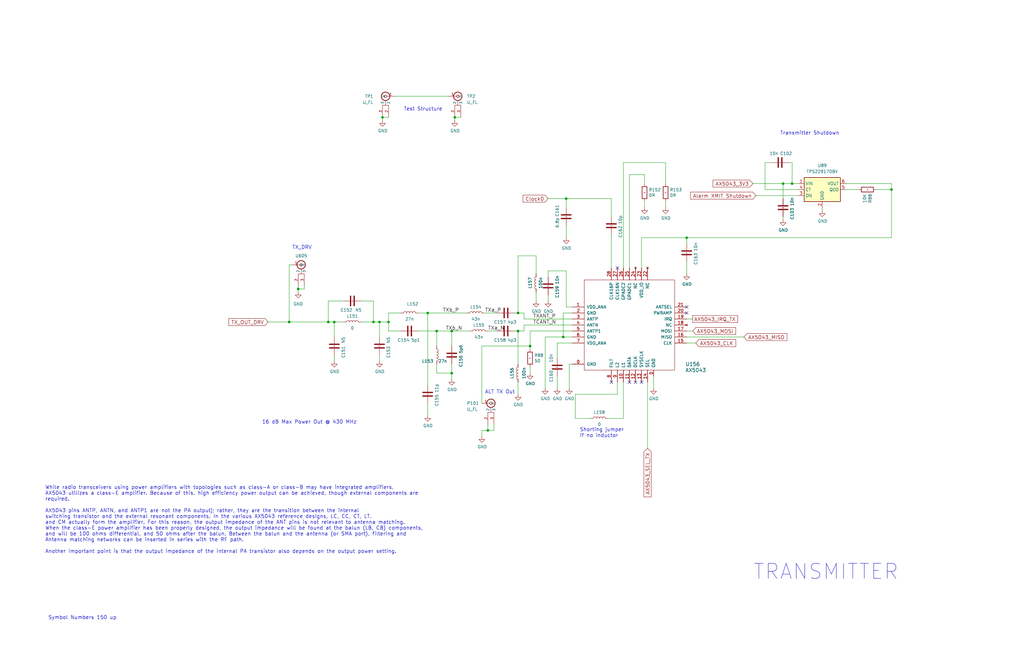
<source format=kicad_sch>
(kicad_sch (version 20230121) (generator eeschema)
  (paper "USLedger")
  (title_block (title "Radiation Tolerant PacSat Communication") (date "2023-06-17") (rev "A") (company "AMSAT-NA") (comment 1 "N5BRG"))
  (lib_symbols
    (symbol "Device:C" (pin_numbers hide) (pin_names (offset 0.254))
      (property "Reference" "C" (at 0.635 2.54 0))
      (property "Value" "C" (at 0.635 -2.54 0))
      (symbol "C_0_1"
        (polyline (pts (xy -2.032 -0.762) (xy 2.032 -0.762)) (stroke (width 0.508)))
        (polyline (pts (xy -2.032 0.762) (xy 2.032 0.762)) (stroke (width 0.508)))
      )
      (symbol "C_1_1"
        (pin passive line (at 0 3.81 270) (length 2.794) (name "~") (number "1"))
        (pin passive line (at 0 -3.81 90) (length 2.794) (name "~") (number "2"))
      )
    )
    (symbol "Device:L" (pin_numbers hide) (pin_names (offset 1.016) hide)
      (property "Reference" "L" (at -1.27 0 90))
      (property "Value" "L" (at 1.905 0 90))
      (symbol "L_0_1"
        (arc (start 0 -2.54) (mid 0.6323 -1.905) (end 0 -1.27))
        (arc (start 0 -1.27) (mid 0.6323 -0.635) (end 0 0))
        (arc (start 0 0) (mid 0.6323 0.635) (end 0 1.27))
        (arc (start 0 1.27) (mid 0.6323 1.905) (end 0 2.54))
      )
      (symbol "L_1_1"
        (pin passive line (at 0 3.81 270) (length 1.27) (name "1") (number "1"))
        (pin passive line (at 0 -3.81 90) (length 1.27) (name "2") (number "2"))
      )
    )
    (symbol "Device:R" (pin_numbers hide) (pin_names (offset 0))
      (property "Reference" "R" (at 2.032 0 90))
      (property "Value" "R" (at 0 0 90))
      (symbol "R_0_1"
        (rectangle (start -1.016 -2.54) (end 1.016 2.54) (stroke (width 0.254)))
      )
      (symbol "R_1_1"
        (pin passive line (at 0 3.81 270) (length 1.27) (name "~") (number "1"))
        (pin passive line (at 0 -3.81 90) (length 1.27) (name "~") (number "2"))
      )
    )
    (symbol "PACSAT_DEV_misc:AX5043" (pin_names (offset 1.016))
      (property "Reference" "U156" (at 16.51 -21.59 0))
      (property "Value" "AX5043" (at -5.08 0 0))
      (symbol "AX5043_0_1"
        (rectangle (start -19.05 19.05) (end 19.05 -19.05))
      )
      (symbol "AX5043_1_1"
        (pin passive line (at -24.13 -16.51 0) (length 5.08) (name "GND") (number "0"))
        (pin power_in line (at 10.16 -21.59 90) (length 2.54) (name "GND") (number "0"))
        (pin passive line (at -24.13 7.62 0) (length 5.08) (name "VDD_ANA") (number "1"))
        (pin passive line (at -2.54 -24.13 90) (length 5.08) (name "L1") (number "10"))
        (pin input line (at 0 -24.13 90) (length 5.08) (name "DATA") (number "11"))
        (pin input line (at 2.54 -24.13 90) (length 5.08) (name "DCLK") (number "12"))
        (pin output line (at 5.08 -24.13 90) (length 5.08) (name "SYSCLK") (number "13"))
        (pin input line (at 7.62 -24.13 90) (length 5.08) (name "SEL") (number "14"))
        (pin input line (at 24.13 -7.62 180) (length 5.08) (name "CLK") (number "15"))
        (pin tri_state line (at 24.13 -5.08 180) (length 5.08) (name "MISO") (number "16"))
        (pin input line (at 24.13 -2.54 180) (length 5.08) (name "MOSI") (number "17"))
        (pin no_connect line (at 24.13 0 180) (length 5.08) (name "NC") (number "18"))
        (pin output line (at 24.13 2.54 180) (length 5.08) (name "IRQ") (number "19"))
        (pin input line (at -24.13 5.08 0) (length 5.08) (name "GND") (number "2"))
        (pin output line (at 24.13 5.08 180) (length 5.08) (name "PWRAMP") (number "20"))
        (pin output line (at 24.13 7.62 180) (length 5.08) (name "ANTSEL") (number "21"))
        (pin no_connect line (at 7.62 24.13 270) (length 5.08) (name "NC") (number "22"))
        (pin passive line (at 5.08 24.13 270) (length 5.08) (name "VDD_IO") (number "23"))
        (pin no_connect line (at 2.54 24.13 270) (length 5.08) (name "NC") (number "24"))
        (pin input line (at 0 24.13 270) (length 5.08) (name "GPADC1") (number "25"))
        (pin input line (at -2.54 24.13 270) (length 5.08) (name "GPADC2") (number "26"))
        (pin passive line (at -5.08 24.13 270) (length 5.08) (name "CLK16N") (number "27"))
        (pin passive line (at -7.62 24.13 270) (length 5.08) (name "CLK16P") (number "28"))
        (pin bidirectional line (at -24.13 2.54 0) (length 5.08) (name "ANTP") (number "3"))
        (pin bidirectional line (at -24.13 0 0) (length 5.08) (name "ANTN") (number "4"))
        (pin output line (at -24.13 -2.54 0) (length 5.08) (name "ANTP1") (number "5"))
        (pin input line (at -24.13 -5.08 0) (length 5.08) (name "GND") (number "6"))
        (pin passive line (at -24.13 -7.62 0) (length 5.08) (name "VDD_ANA") (number "7"))
        (pin passive line (at -7.62 -24.13 90) (length 5.08) (name "FILT") (number "8"))
        (pin passive line (at -5.08 -24.13 90) (length 5.08) (name "L2") (number "9"))
      )
    )
    (symbol "PACSAT_DEV_misc:U_FL"
      (property "Reference" "U" (at -3.81 2.54 0))
      (symbol "U_FL_0_1"
        (polyline (pts (xy -1.27 -3.81) (xy 1.27 -3.81)))
        (polyline (pts (xy 0 -3.81) (xy 0 -1.778)))
        (circle (center 0 0) (radius 0.508) (stroke (width 0.2032)))
        (circle (center 0 0) (radius 1.778) (stroke (width 0.3048)))
      )
      (symbol "U_FL_1_1"
        (pin bidirectional line (at -3.81 0 0) (length 3.302) (name "In") (number "1"))
        (pin power_in line (at -1.27 -8.89 90) (length 5.08) (name "2") (number "2"))
        (pin power_in line (at 1.27 -8.89 90) (length 5.08) (name "3") (number "3"))
      )
    )
    (symbol "Power_Management:TPS22917DBV"
      (property "Reference" "U" (at -6.35 6.35 0))
      (property "Value" "TPS22917DBV" (at 2.54 6.35 0))
      (symbol "TPS22917DBV_0_1"
        (rectangle (start -7.62 5.08) (end 7.62 -5.08) (stroke (width 0.254)) (fill (type background)))
      )
      (symbol "TPS22917DBV_1_1"
        (pin power_in line (at -10.16 2.54 0) (length 2.54) (name "VIN") (number "1"))
        (pin power_in line (at 0 -7.62 90) (length 2.54) (name "GND") (number "2"))
        (pin input line (at -10.16 -2.54 0) (length 2.54) (name "ON") (number "3"))
        (pin output line (at -10.16 0 0) (length 2.54) (name "CT") (number "4"))
        (pin open_collector line (at 10.16 0 180) (length 2.54) (name "QOD") (number "5"))
        (pin power_out line (at 10.16 2.54 180) (length 2.54) (name "VOUT") (number "6"))
      )
    )
    (symbol "power:GND" (power) (pin_names (offset 0))
      (property "Value" "GND" (at 0 -3.81 0))
      (symbol "GND_0_1"
        (polyline (pts (xy 0 0) (xy 0 -1.27) (xy 1.27 -1.27) (xy 0 -2.54) (xy -1.27 -1.27) (xy 0 -1.27)))
      )
      (symbol "GND_1_1"
        (pin power_in line (at 0 0 270) (length 0) hide (name "GND") (number "1"))
      )
    )
  )
  (junction (at 184.15 139.7))
  (junction (at 180.34 132.08))
  (junction (at 125.73 121.92))
  (junction (at 138.43 135.89))
  (junction (at 190.5 139.7))
  (junction (at 191.77 49.53))
  (junction (at 237.49 142.24))
  (junction (at 157.48 135.89))
  (junction (at 121.92 135.89))
  (junction (at 205.74 181.61))
  (junction (at 375.92 80.01))
  (junction (at 140.97 135.89))
  (junction (at 218.44 139.7))
  (junction (at 160.02 135.89))
  (junction (at 223.52 146.05))
  (junction (at 161.29 49.53))
  (junction (at 190.5 157.48))
  (junction (at 218.44 132.08))
  (junction (at 289.56 100.33))
  (junction (at 163.83 135.89))
  (junction (at 334.01 77.47))
  (junction (at 238.76 83.82))
  (junction (at 330.2 77.47))
  (no_connect (at 260.35 113.03))
  (no_connect (at 267.97 161.29))
  (no_connect (at 257.81 161.29))
  (no_connect (at 289.56 129.54))
  (no_connect (at 270.51 161.29))
  (no_connect (at 265.43 161.29))
  (no_connect (at 289.56 132.08))
  (wire (pts (xy 180.34 132.08) (xy 196.85 132.08)))
  (wire (pts (xy 265.43 73.66) (xy 271.78 73.66)))
  (wire (pts (xy 238.76 114.3) (xy 231.14 114.3)))
  (wire (pts (xy 163.83 132.08) (xy 168.91 132.08)))
  (wire (pts (xy 237.49 142.24) (xy 241.3 142.24)))
  (wire (pts (xy 121.92 111.76) (xy 121.92 135.89)))
  (wire (pts (xy 191.77 49.53) (xy 191.77 50.8)))
  (wire (pts (xy 289.56 100.33) (xy 375.92 100.33)))
  (wire (pts (xy 223.52 139.7) (xy 241.3 139.7)))
  (wire (pts (xy 334.01 77.47) (xy 336.55 77.47)))
  (wire (pts (xy 184.15 139.7) (xy 190.5 139.7)))
  (wire (pts (xy 322.58 68.58) (xy 322.58 80.01)))
  (wire (pts (xy 280.67 68.58) (xy 280.67 77.47)))
  (wire (pts (xy 161.29 49.53) (xy 163.83 49.53)))
  (wire (pts (xy 160.02 149.86) (xy 160.02 152.4)))
  (wire (pts (xy 256.54 176.53) (xy 262.89 176.53)))
  (wire (pts (xy 205.74 181.61) (xy 208.28 181.61)))
  (wire (pts (xy 180.34 132.08) (xy 180.34 162.56)))
  (wire (pts (xy 238.76 129.54) (xy 238.76 114.3)))
  (wire (pts (xy 138.43 135.89) (xy 140.97 135.89)))
  (wire (pts (xy 161.29 49.53) (xy 161.29 50.8)))
  (wire (pts (xy 163.83 139.7) (xy 168.91 139.7)))
  (wire (pts (xy 325.12 68.58) (xy 322.58 68.58)))
  (wire (pts (xy 257.81 99.06) (xy 257.81 113.03)))
  (wire (pts (xy 144.78 127) (xy 138.43 127)))
  (wire (pts (xy 208.28 179.07) (xy 208.28 181.61)))
  (wire (pts (xy 260.35 166.37) (xy 242.57 166.37)))
  (wire (pts (xy 204.47 132.08) (xy 209.55 132.08)))
  (wire (pts (xy 231.14 114.3) (xy 231.14 116.84)))
  (wire (pts (xy 346.71 87.63) (xy 346.71 88.9)))
  (wire (pts (xy 289.56 102.87) (xy 289.56 100.33)))
  (wire (pts (xy 203.2 181.61) (xy 205.74 181.61)))
  (wire (pts (xy 231.14 124.46) (xy 231.14 127)))
  (wire (pts (xy 223.52 146.05) (xy 203.2 146.05)))
  (wire (pts (xy 218.44 107.95) (xy 218.44 132.08)))
  (wire (pts (xy 125.73 121.92) (xy 128.27 121.92)))
  (wire (pts (xy 220.98 139.7) (xy 220.98 137.16)))
  (wire (pts (xy 160.02 142.24) (xy 160.02 135.89)))
  (wire (pts (xy 176.53 132.08) (xy 180.34 132.08)))
  (wire (pts (xy 375.92 80.01) (xy 375.92 100.33)))
  (wire (pts (xy 190.5 157.48) (xy 190.5 160.02)))
  (wire (pts (xy 191.77 49.53) (xy 194.31 49.53)))
  (wire (pts (xy 265.43 73.66) (xy 265.43 113.03)))
  (wire (pts (xy 140.97 149.86) (xy 140.97 152.4)))
  (wire (pts (xy 180.34 170.18) (xy 180.34 175.26)))
  (wire (pts (xy 184.15 153.67) (xy 184.15 157.48)))
  (wire (pts (xy 203.2 146.05) (xy 203.2 170.18)))
  (wire (pts (xy 190.5 139.7) (xy 198.12 139.7)))
  (wire (pts (xy 229.87 142.24) (xy 237.49 142.24)))
  (wire (pts (xy 262.89 161.29) (xy 262.89 176.53)))
  (wire (pts (xy 190.5 153.67) (xy 190.5 157.48)))
  (wire (pts (xy 257.81 83.82) (xy 238.76 83.82)))
  (wire (pts (xy 152.4 127) (xy 157.48 127)))
  (wire (pts (xy 226.06 107.95) (xy 226.06 115.57)))
  (wire (pts (xy 184.15 157.48) (xy 190.5 157.48)))
  (wire (pts (xy 226.06 107.95) (xy 218.44 107.95)))
  (wire (pts (xy 317.5 77.47) (xy 330.2 77.47)))
  (wire (pts (xy 176.53 139.7) (xy 184.15 139.7)))
  (wire (pts (xy 223.52 139.7) (xy 223.52 146.05)))
  (wire (pts (xy 240.03 153.67) (xy 240.03 163.83)))
  (wire (pts (xy 242.57 166.37) (xy 242.57 176.53)))
  (wire (pts (xy 241.3 132.08) (xy 237.49 132.08)))
  (wire (pts (xy 270.51 100.33) (xy 289.56 100.33)))
  (wire (pts (xy 157.48 127) (xy 157.48 135.89)))
  (wire (pts (xy 217.17 132.08) (xy 218.44 132.08)))
  (wire (pts (xy 280.67 85.09) (xy 280.67 87.63)))
  (wire (pts (xy 289.56 134.62) (xy 292.1 134.62)))
  (wire (pts (xy 217.17 139.7) (xy 218.44 139.7)))
  (wire (pts (xy 123.19 111.76) (xy 121.92 111.76)))
  (wire (pts (xy 140.97 135.89) (xy 144.78 135.89)))
  (wire (pts (xy 289.56 139.7) (xy 292.1 139.7)))
  (wire (pts (xy 273.05 161.29) (xy 273.05 189.23)))
  (wire (pts (xy 271.78 85.09) (xy 271.78 87.63)))
  (wire (pts (xy 356.87 80.01) (xy 361.95 80.01)))
  (wire (pts (xy 223.52 154.94) (xy 223.52 157.48)))
  (wire (pts (xy 220.98 134.62) (xy 241.3 134.62)))
  (wire (pts (xy 140.97 142.24) (xy 140.97 135.89)))
  (wire (pts (xy 330.2 91.44) (xy 330.2 92.71)))
  (wire (pts (xy 203.2 181.61) (xy 203.2 184.15)))
  (wire (pts (xy 205.74 179.07) (xy 205.74 181.61)))
  (wire (pts (xy 289.56 110.49) (xy 289.56 115.57)))
  (wire (pts (xy 190.5 139.7) (xy 190.5 146.05)))
  (wire (pts (xy 184.15 139.7) (xy 184.15 146.05)))
  (wire (pts (xy 234.95 144.78) (xy 234.95 151.13)))
  (wire (pts (xy 205.74 139.7) (xy 209.55 139.7)))
  (wire (pts (xy 125.73 120.65) (xy 125.73 121.92)))
  (wire (pts (xy 241.3 153.67) (xy 240.03 153.67)))
  (wire (pts (xy 218.44 161.29) (xy 218.44 166.37)))
  (wire (pts (xy 262.89 68.58) (xy 280.67 68.58)))
  (wire (pts (xy 238.76 83.82) (xy 238.76 87.63)))
  (wire (pts (xy 334.01 68.58) (xy 332.74 68.58)))
  (wire (pts (xy 270.51 113.03) (xy 270.51 100.33)))
  (wire (pts (xy 113.03 135.89) (xy 121.92 135.89)))
  (wire (pts (xy 241.3 129.54) (xy 238.76 129.54)))
  (wire (pts (xy 218.44 139.7) (xy 220.98 139.7)))
  (wire (pts (xy 218.44 132.08) (xy 220.98 132.08)))
  (wire (pts (xy 229.87 163.83) (xy 229.87 142.24)))
  (wire (pts (xy 334.01 68.58) (xy 334.01 77.47)))
  (wire (pts (xy 242.57 176.53) (xy 248.92 176.53)))
  (wire (pts (xy 152.4 135.89) (xy 157.48 135.89)))
  (wire (pts (xy 220.98 132.08) (xy 220.98 134.62)))
  (wire (pts (xy 166.37 40.64) (xy 189.23 40.64)))
  (wire (pts (xy 289.56 144.78) (xy 293.37 144.78)))
  (wire (pts (xy 160.02 135.89) (xy 163.83 135.89)))
  (wire (pts (xy 375.92 77.47) (xy 375.92 80.01)))
  (wire (pts (xy 138.43 127) (xy 138.43 135.89)))
  (wire (pts (xy 289.56 142.24) (xy 313.69 142.24)))
  (wire (pts (xy 157.48 135.89) (xy 160.02 135.89)))
  (wire (pts (xy 356.87 77.47) (xy 375.92 77.47)))
  (wire (pts (xy 275.59 158.75) (xy 275.59 163.83)))
  (wire (pts (xy 121.92 135.89) (xy 138.43 135.89)))
  (wire (pts (xy 262.89 68.58) (xy 262.89 113.03)))
  (wire (pts (xy 257.81 83.82) (xy 257.81 91.44)))
  (wire (pts (xy 238.76 83.82) (xy 231.14 83.82)))
  (wire (pts (xy 220.98 137.16) (xy 241.3 137.16)))
  (wire (pts (xy 241.3 144.78) (xy 234.95 144.78)))
  (wire (pts (xy 318.77 82.55) (xy 336.55 82.55)))
  (wire (pts (xy 369.57 80.01) (xy 375.92 80.01)))
  (wire (pts (xy 234.95 158.75) (xy 234.95 163.83)))
  (wire (pts (xy 237.49 132.08) (xy 237.49 142.24)))
  (wire (pts (xy 125.73 121.92) (xy 125.73 123.19)))
  (wire (pts (xy 330.2 77.47) (xy 330.2 83.82)))
  (wire (pts (xy 163.83 132.08) (xy 163.83 135.89)))
  (wire (pts (xy 223.52 146.05) (xy 223.52 147.32)))
  (wire (pts (xy 218.44 139.7) (xy 218.44 153.67)))
  (wire (pts (xy 330.2 77.47) (xy 334.01 77.47)))
  (wire (pts (xy 226.06 123.19) (xy 226.06 127)))
  (wire (pts (xy 163.83 135.89) (xy 163.83 139.7)))
  (wire (pts (xy 260.35 161.29) (xy 260.35 166.37)))
  (wire (pts (xy 238.76 95.25) (xy 238.76 100.33)))
  (wire (pts (xy 271.78 73.66) (xy 271.78 77.47)))
  (wire (pts (xy 322.58 80.01) (xy 336.55 80.01)))
  (wire (pts (xy 128.27 120.65) (xy 128.27 121.92)))
  (text "Transmitter Shutdown" (at 328.93 57.15 0) (effects (font (size 1.524 1.524)) (justify left bottom)))
  (text "TX_DRV" (at 123.19 105.41 0) (effects (font (size 1.524 1.524)) (justify left bottom)))
  (text "Symbol Numbers 150 up" (at 20.32 261.62 0) (effects (font (size 1.524 1.524)) (justify left bottom)))
  (text "16 dB Max Power Out @ 430 MHz" (at 110.49 179.07 0) (effects (font (size 1.524 1.524)) (justify left bottom)))
  (text "Test Structure" (at 170.18 46.99 0) (effects (font (size 1.524 1.524)) (justify left bottom)))
  (text "TRANSMITTER" (at 317.5 245.11 0) (effects (font (size 6.35 6.35)) (justify left bottom)))
  (text "While radio transceivers using power amplifiers with topologies such as class-A or class-B may have integrated amplifiers, \nAX5043 utilizes a class-E amplifier. Because of this, high efficiency power output can be achieved, though external components are \nrequired.\n\nAX5043 pins ANTP, ANTN, and ANTP1 are not the PA outputj; rather, they are the transition between the internal \nswitching transistor and the external resonant components. In the various AX5043 reference designs, LC, CC, CT, LT, \nand CM actually form the amplifier. For this reason, the output impedance of the ANT pins is not relevant to antenna matching. \nWhen the class-E power amplifier has been properly designed, the output impedance will be found at the balun (LB, CB) components, \nand will be 100 ohms differential, and 50 ohms after the balun. Between the balun and the antenna (or SMA port), filtering and \nAntenna matching networks can be inserted in series with the RF path.\n\nAnother important point is that the output impedance of the internal PA transistor also depends on the output power setting." (at 19.05 233.68 0) (effects (font (size 1.524 1.524)) (justify left bottom)))
  (text "ALT TX Out" (at 204.47 166.37 0) (effects (font (size 1.524 1.524)) (justify left bottom)))
  (text "Shorting jumper\nif no inductor" (at 244.475 184.785 0) (effects (font (size 1.524 1.524)) (justify left bottom)))
  (label "TXa_P" (at 204.47 132.08 0) (effects (font (size 1.524 1.524))))
  (label "TXa_N" (at 205.74 139.7 0) (effects (font (size 1.524 1.524))))
  (label "TXANT_P" (at 224.79 134.62 0) (effects (font (size 1.524 1.524))))
  (label "TCANT_N" (at 224.79 137.16 0) (effects (font (size 1.524 1.524))))
  (label "TXb_P" (at 186.69 132.08 0) (effects (font (size 1.524 1.524))))
  (label "TXb_N" (at 187.96 139.7 0) (effects (font (size 1.524 1.524))))
  (global_label "Alarm XMIT Shutdown" (shape input) (at 318.77 82.55 180) (effects (font (size 1.524 1.524))) (property "Intersheetrefs" "${INTERSHEET_REFS}" (effects hide)))
  (global_label "AX5043_CLK" (shape input) (at 293.37 144.78 0) (effects (font (size 1.524 1.524))) (property "Intersheetrefs" "${INTERSHEET_REFS}" (effects hide)))
  (global_label "AX5043_MISO" (shape input) (at 313.69 142.24 0) (effects (font (size 1.524 1.524))) (property "Intersheetrefs" "${INTERSHEET_REFS}" (effects hide)))
  (global_label "AX5043_SEL_TX" (shape input) (at 273.05 189.23 270) (effects (font (size 1.524 1.524))) (property "Intersheetrefs" "${INTERSHEET_REFS}" (effects hide)))
  (global_label "Clock0" (shape input) (at 231.14 83.82 180) (effects (font (size 1.524 1.524))) (property "Intersheetrefs" "${INTERSHEET_REFS}" (effects hide)))
  (global_label "AX5043_3V3" (shape input) (at 317.5 77.47 180) (effects (font (size 1.524 1.524))) (property "Intersheetrefs" "${INTERSHEET_REFS}" (effects hide)))
  (global_label "AX5043_MOSI" (shape input) (at 292.1 139.7 0) (effects (font (size 1.524 1.524))) (property "Intersheetrefs" "${INTERSHEET_REFS}" (effects hide)))
  (global_label "AX5043_IRQ_TX" (shape passive) (at 292.1 134.62 0) (effects (font (size 1.524 1.524))) (property "Intersheetrefs" "${INTERSHEET_REFS}" (effects hide)))
  (global_label "TX_OUT_DRV" (shape input) (at 113.03 135.89 180) (effects (font (size 1.524 1.524))) (property "Intersheetrefs" "${INTERSHEET_REFS}" (effects hide)))
  (symbol (lib_id "Device:C") (at 213.36 132.08 270) (unit 1)
    (property "Reference" "C157" (at 210.82 135.89 90))
    (property "Value" "4p3" (at 215.9 135.89 90))
    (property "Footprint" "Capacitor_SMD:C_0603_1608Metric_Pad1.08x0.95mm_HandSolder" (effects hide))
    (property "Datasheet" "~" (at 213.36 132.08 0))
  )
  (symbol (lib_id "power:GND") (at 289.56 115.57 0) (unit 1)
    (property "Reference" "#PWR0184" (effects hide))
    (property "Value" "GND" (at 289.687 119.9642 0))
  )
  (symbol (lib_id "Device:C") (at 213.36 139.7 270) (unit 1)
    (property "Reference" "C158" (at 210.82 143.51 90))
    (property "Value" "4p3" (at 215.9 143.51 90))
    (property "Footprint" "Capacitor_SMD:C_0603_1608Metric_Pad1.08x0.95mm_HandSolder" (effects hide))
    (property "Datasheet" "~" (at 213.36 139.7 0))
  )
  (symbol (lib_id "Device:C") (at 231.14 120.65 0) (unit 1)
    (property "Reference" "C159" (at 234.95 123.19 90))
    (property "Value" "10n" (at 234.95 118.11 90))
    (property "Footprint" "Capacitor_SMD:C_0603_1608Metric_Pad1.08x0.95mm_HandSolder" (effects hide))
    (property "Datasheet" "~" (at 231.14 120.65 0))
  )
  (symbol (lib_id "power:GND") (at 226.06 127 0) (unit 1)
    (property "Reference" "#PWR0175" (effects hide))
    (property "Value" "GND" (at 226.187 131.3942 0))
  )
  (symbol (lib_id "power:GND") (at 218.44 166.37 0) (unit 1)
    (property "Reference" "#PWR0173" (effects hide))
    (property "Value" "GND" (at 218.567 170.7642 0))
  )
  (symbol (lib_id "Device:C") (at 289.56 106.68 0) (unit 1)
    (property "Reference" "C163" (at 293.37 109.22 90))
    (property "Value" "10n" (at 293.37 104.14 90))
    (property "Footprint" "Capacitor_SMD:C_0603_1608Metric_Pad1.08x0.95mm_HandSolder" (effects hide))
    (property "Datasheet" "~" (at 289.56 106.68 0))
  )
  (symbol (lib_id "power:GND") (at 231.14 127 0) (unit 1)
    (property "Reference" "#PWR0177" (effects hide))
    (property "Value" "GND" (at 231.267 131.3942 0))
  )
  (symbol (lib_id "power:GND") (at 229.87 163.83 0) (unit 1)
    (property "Reference" "#PWR0176" (effects hide))
    (property "Value" "GND" (at 229.997 168.2242 0))
  )
  (symbol (lib_id "Device:C") (at 190.5 149.86 0) (unit 1)
    (property "Reference" "C156" (at 194.31 152.4 90))
    (property "Value" "5p6" (at 194.31 147.32 90))
    (property "Footprint" "Capacitor_SMD:C_0603_1608Metric_Pad1.08x0.95mm_HandSolder" (effects hide))
    (property "Datasheet" "~" (at 190.5 149.86 0))
  )
  (symbol (lib_id "Device:L") (at 184.15 149.86 0) (unit 1)
    (property "Reference" "L153" (at 180.34 152.4 0))
    (property "Value" "27n" (at 186.69 152.4 0))
    (property "Footprint" "PacSatDev_misc:L_Murata_LQH2MCNxxxx02_2.0x1.6mm" (effects hide))
  )
  (symbol (lib_id "power:GND") (at 190.5 160.02 0) (unit 1)
    (property "Reference" "#PWR0171" (effects hide))
    (property "Value" "GND" (at 190.627 164.4142 0))
  )
  (symbol (lib_id "Device:C") (at 172.72 139.7 270) (unit 1)
    (property "Reference" "C154" (at 170.18 143.51 90))
    (property "Value" "5p1" (at 175.26 143.51 90))
    (property "Footprint" "Capacitor_SMD:C_0603_1608Metric_Pad1.08x0.95mm_HandSolder" (effects hide))
    (property "Datasheet" "~" (at 172.72 139.7 0))
  )
  (symbol (lib_id "Device:C") (at 180.34 166.37 0) (unit 1)
    (property "Reference" "C155" (at 184.15 168.91 90))
    (property "Value" "11p" (at 184.15 163.83 90))
    (property "Footprint" "Capacitor_SMD:C_0603_1608Metric_Pad1.08x0.95mm_HandSolder" (effects hide))
    (property "Datasheet" "~" (at 180.34 166.37 0))
  )
  (symbol (lib_id "power:GND") (at 180.34 175.26 0) (unit 1)
    (property "Reference" "#PWR0170" (effects hide))
    (property "Value" "GND" (at 180.467 179.6542 0))
  )
  (symbol (lib_id "Device:C") (at 148.59 127 270) (unit 1)
    (property "Reference" "C152" (at 146.05 130.81 90))
    (property "Value" "NS" (at 151.13 130.81 90))
    (property "Footprint" "Capacitor_SMD:C_0603_1608Metric_Pad1.08x0.95mm_HandSolder" (effects hide))
    (property "Datasheet" "~" (at 148.59 127 0))
  )
  (symbol (lib_id "Device:C") (at 140.97 146.05 0) (unit 1)
    (property "Reference" "C151" (at 144.78 148.59 90))
    (property "Value" "NS" (at 144.78 143.51 90))
    (property "Footprint" "Capacitor_SMD:C_0603_1608Metric_Pad1.08x0.95mm_HandSolder" (effects hide))
    (property "Datasheet" "~" (at 140.97 146.05 0))
  )
  (symbol (lib_id "Device:C") (at 160.02 146.05 0) (unit 1)
    (property "Reference" "C153" (at 163.83 148.59 90))
    (property "Value" "NS" (at 163.83 143.51 90))
    (property "Footprint" "Capacitor_SMD:C_0603_1608Metric_Pad1.08x0.95mm_HandSolder" (effects hide))
    (property "Datasheet" "~" (at 160.02 146.05 0))
  )
  (symbol (lib_id "power:GND") (at 160.02 152.4 0) (unit 1)
    (property "Reference" "#PWR0169" (effects hide))
    (property "Value" "GND" (at 160.147 156.7942 0))
  )
  (symbol (lib_id "power:GND") (at 140.97 152.4 0) (unit 1)
    (property "Reference" "#PWR0167" (effects hide))
    (property "Value" "GND" (at 141.097 156.7942 0))
  )
  (symbol (lib_id "Device:C") (at 234.95 154.94 0) (unit 1)
    (property "Reference" "C160" (at 232.41 158.75 90))
    (property "Value" "10n" (at 232.41 151.13 90))
    (property "Footprint" "Capacitor_SMD:C_0603_1608Metric_Pad1.08x0.95mm_HandSolder" (effects hide))
    (property "Datasheet" "~" (at 234.95 154.94 0))
  )
  (symbol (lib_id "power:GND") (at 234.95 163.83 0) (unit 1)
    (property "Reference" "#PWR0178" (effects hide))
    (property "Value" "GND" (at 235.077 168.2242 0))
  )
  (symbol (lib_id "power:GND") (at 240.03 163.83 0) (unit 1)
    (property "Reference" "#PWR0180" (effects hide))
    (property "Value" "GND" (at 240.157 168.2242 0))
  )
  (symbol (lib_id "Device:R") (at 271.78 81.28 0) (unit 1)
    (property "Reference" "R152" (at 273.558 80.1116 0) (effects (justify left)))
    (property "Value" "0R" (at 273.558 82.423 0) (effects (justify left)))
    (property "Footprint" "Resistor_SMD:R_0603_1608Metric_Pad0.98x0.95mm_HandSolder" (effects hide))
    (property "Datasheet" "~" (at 271.78 81.28 0))
  )
  (symbol (lib_id "Device:R") (at 280.67 81.28 0) (unit 1)
    (property "Reference" "R153" (at 282.448 80.1116 0) (effects (justify left)))
    (property "Value" "0R" (at 282.448 82.423 0) (effects (justify left)))
    (property "Footprint" "Resistor_SMD:R_0603_1608Metric_Pad0.98x0.95mm_HandSolder" (effects hide))
    (property "Datasheet" "~" (at 280.67 81.28 0))
  )
  (symbol (lib_id "power:GND") (at 271.78 87.63 0) (unit 1)
    (property "Reference" "#PWR0181" (effects hide))
    (property "Value" "GND" (at 271.907 92.0242 0))
  )
  (symbol (lib_id "power:GND") (at 280.67 87.63 0) (unit 1)
    (property "Reference" "#PWR0183" (effects hide))
    (property "Value" "GND" (at 280.797 92.0242 0))
  )
  (symbol (lib_id "Device:R") (at 223.52 151.13 0) (unit 1)
    (property "Reference" "R88" (at 225.298 149.9616 0) (effects (justify left)))
    (property "Value" "50" (at 225.298 152.273 0) (effects (justify left)))
    (property "Footprint" "Resistor_SMD:R_0603_1608Metric_Pad0.98x0.95mm_HandSolder" (effects hide))
    (property "Datasheet" "~" (at 223.52 151.13 0))
    (instances (project "PacSat_Dev_RecC_230926" (path "" (reference "R88") (unit 1)) (path "" (reference "R151") (unit 1))))
  )
  (symbol (lib_id "power:GND") (at 223.52 157.48 0) (unit 1)
    (property "Reference" "#PWR0191" (effects hide))
    (property "Value" "GND" (at 223.647 161.8742 0))
    (instances (project "PacSat_Dev_RecC_230926" (path "" (reference "#PWR0191") (unit 1)) (path "" (reference "#PWR0174") (unit 1))))
  )
  (symbol (lib_id "Device:L") (at 148.59 135.89 90) (unit 1)
    (property "Reference" "L151" (at 148.59 133.35 90))
    (property "Value" "0" (at 148.59 138.43 90))
    (property "Footprint" "PacSatDev_misc:L_Murata_LQH2MCNxxxx02_2.0x1.6mm" (effects hide))
  )
  (symbol (lib_id "Device:C") (at 257.81 95.25 0) (unit 1)
    (property "Reference" "C162" (at 261.62 97.79 90))
    (property "Value" "10p" (at 261.62 92.71 90))
    (property "Footprint" "Capacitor_SMD:C_0603_1608Metric_Pad1.08x0.95mm_HandSolder" (effects hide))
    (property "Datasheet" "~" (at 257.81 95.25 0))
  )
  (symbol (lib_id "power:GND") (at 161.29 50.8 0) (unit 1)
    (property "Reference" "#PWR086" (effects hide))
    (property "Value" "GND" (at 161.417 55.1942 0))
  )
  (symbol (lib_id "power:GND") (at 346.71 88.9 0) (unit 1)
    (property "Reference" "#PWR0124" (effects hide))
    (property "Value" "GND" (at 346.837 93.2942 0))
  )
  (symbol (lib_id "PACSAT_DEV_misc:U_FL") (at 162.56 40.64 0) (mirror y) (unit 1)
    (property "Reference" "TP1" (at 157.48 40.64 0) (effects (justify left)))
    (property "Value" "U_FL" (at 157.48 43.18 0) (effects (justify left)))
    (property "Footprint" "PacSatDev_misc:U_FL SMD" (effects hide))
  )
  (symbol (lib_id "power:GND") (at 275.59 163.83 0) (unit 1)
    (property "Reference" "#PWR0182" (effects hide))
    (property "Value" "GND" (at 275.717 168.2242 0))
  )
  (symbol (lib_id "Device:L") (at 201.93 139.7 90) (unit 1)
    (property "Reference" "L155" (at 201.93 137.16 90))
    (property "Value" "43n" (at 201.93 142.24 90))
    (property "Footprint" "PacSatDev_misc:L_Murata_LQH2MCNxxxx02_2.0x1.6mm" (effects hide))
  )
  (symbol (lib_id "Device:C") (at 328.93 68.58 90) (unit 1)
    (property "Reference" "C102" (at 331.47 64.77 90))
    (property "Value" "10n" (at 326.39 64.77 90))
    (property "Footprint" "Capacitor_SMD:C_0603_1608Metric_Pad1.08x0.95mm_HandSolder" (effects hide))
    (property "Datasheet" "~" (at 328.93 68.58 0))
  )
  (symbol (lib_id "PACSAT_DEV_misc:U_FL") (at 207.01 170.18 0) (unit 1)
    (property "Reference" "P101" (at 196.85 170.18 0) (effects (justify left)))
    (property "Value" "U_FL" (at 196.85 172.72 0) (effects (justify left)))
    (property "Footprint" "PacSatDev_misc:U_FL" (effects hide))
  )
  (symbol (lib_id "Device:C") (at 330.2 87.63 0) (unit 1)
    (property "Reference" "C103" (at 334.01 90.17 90))
    (property "Value" "10n" (at 334.01 85.09 90))
    (property "Footprint" "Capacitor_SMD:C_0603_1608Metric_Pad1.08x0.95mm_HandSolder" (effects hide))
    (property "Datasheet" "~" (at 330.2 87.63 0))
  )
  (symbol (lib_id "Device:L") (at 226.06 119.38 180) (unit 1)
    (property "Reference" "L157" (at 223.52 119.38 90))
    (property "Value" "100n" (at 227.965 119.38 90))
    (property "Footprint" "PacSatDev_misc:L_Murata_LQH2MCNxxxx02_2.0x1.6mm" (effects hide))
  )
  (symbol (lib_id "power:GND") (at 330.2 92.71 0) (unit 1)
    (property "Reference" "#PWR0125" (effects hide))
    (property "Value" "GND" (at 330.327 97.1042 0))
  )
  (symbol (lib_id "Device:L") (at 252.73 176.53 90) (unit 1)
    (property "Reference" "L158" (at 252.73 173.99 90))
    (property "Value" "0" (at 252.73 179.07 90))
    (property "Footprint" "PacSatDev_misc:L_Murata_LQH2MCNxxxx02_2.0x1.6mm" (effects hide))
  )
  (symbol (lib_id "Device:L") (at 200.66 132.08 90) (unit 1)
    (property "Reference" "L154" (at 200.66 129.54 90))
    (property "Value" "43n" (at 200.66 134.62 90))
    (property "Footprint" "PacSatDev_misc:L_Murata_LQH2MCNxxxx02_2.0x1.6mm" (effects hide))
  )
  (symbol (lib_id "Power_Management:TPS22917DBV") (at 346.71 80.01 0) (unit 1)
    (property "Reference" "U89" (at 346.71 69.85 0))
    (property "Value" "TPS22917DBV" (at 346.71 72.39 0))
    (property "Footprint" "Package_TO_SOT_SMD:SOT-23-6" (effects hide))
    (property "Datasheet" "http://www.ti.com/lit/ds/symlink/tps22917.pdf" (effects hide))
  )
  (symbol (lib_id "Device:R") (at 365.76 80.01 270) (unit 1)
    (property "Reference" "R88" (at 366.9284 81.788 0) (effects (justify left)))
    (property "Value" "10K" (at 364.617 81.788 0) (effects (justify left)))
    (property "Footprint" "Resistor_SMD:R_0603_1608Metric_Pad0.98x0.95mm_HandSolder" (effects hide))
    (property "Datasheet" "~" (at 365.76 80.01 0))
    (instances (project "PacSat_Dev_RecC_230926" (path "" (reference "R88") (unit 1)) (path "" (reference "R112") (unit 1))))
  )
  (symbol (lib_id "power:GND") (at 125.73 123.19 0) (unit 1)
    (property "Reference" "#PWR0614" (effects hide))
    (property "Value" "GND" (at 125.73 128.27 0))
    (instances (project "PacSat_Dev_RecC_230926" (path "" (reference "#PWR0614") (unit 1)) (path "" (reference "#PWR0166") (unit 1))))
  )
  (symbol (lib_id "power:GND") (at 203.2 184.15 0) (unit 1)
    (property "Reference" "#PWR0172" (effects hide))
    (property "Value" "GND" (at 203.327 188.5442 0))
  )
  (symbol (lib_id "PACSAT_DEV_misc:AX5043") (at 265.43 137.16 0) (unit 1)
    (property "Reference" "U156" (at 292.1 153.67 0) (effects (font (size 1.524 1.524))))
    (property "Value" "AX5043" (at 293.37 156.21 0) (effects (font (size 1.524 1.524))))
    (property "Footprint" "PacSatDev_onsemi:QFN28" (effects hide))
  )
  (symbol (lib_id "Device:L") (at 218.44 157.48 180) (unit 1)
    (property "Reference" "L156" (at 215.9 157.48 90))
    (property "Value" "100n" (at 220.98 157.48 90))
    (property "Footprint" "PacSatDev_misc:L_Murata_LQH2MCNxxxx02_2.0x1.6mm" (effects hide))
  )
  (symbol (lib_id "power:GND") (at 238.76 100.33 0) (unit 1)
    (property "Reference" "#PWR0179" (effects hide))
    (property "Value" "GND" (at 238.887 104.7242 0))
  )
  (symbol (lib_id "PACSAT_DEV_misc:U_FL") (at 193.04 40.64 0) (unit 1)
    (property "Reference" "TP2" (at 196.85 40.64 0) (effects (justify left)))
    (property "Value" "U_FL" (at 196.85 43.18 0) (effects (justify left)))
    (property "Footprint" "PacSatDev_misc:U_FL SMD" (effects hide))
  )
  (symbol (lib_id "Device:C") (at 238.76 91.44 180) (unit 1)
    (property "Reference" "C161" (at 234.95 88.9 90))
    (property "Value" "6.8p" (at 234.95 93.98 90))
    (property "Footprint" "Capacitor_SMD:C_0603_1608Metric_Pad1.08x0.95mm_HandSolder" (effects hide))
    (property "Datasheet" "~" (at 238.76 91.44 0))
  )
  (symbol (lib_id "PACSAT_DEV_misc:U_FL") (at 127 111.76 0) (unit 1)
    (property "Reference" "U605" (at 124.46 107.95 0) (effects (justify left)))
    (property "Value" "~" (at 127 111.76 0))
    (property "Footprint" "PacSatDev_misc:U_FL" (effects hide))
    (instances (project "PacSat_Dev_RecC_230926" (path "" (reference "U605") (unit 1)) (path "" (reference "P100") (unit 1))))
  )
  (symbol (lib_id "Device:L") (at 172.72 132.08 90) (unit 1)
    (property "Reference" "L152" (at 173.99 128.27 90))
    (property "Value" "27n" (at 172.72 134.62 90))
    (property "Footprint" "PacSatDev_misc:L_Murata_LQH2MCNxxxx02_2.0x1.6mm" (effects hide))
  )
  (symbol (lib_id "power:GND") (at 191.77 50.8 0) (unit 1)
    (property "Reference" "#PWR0102" (effects hide))
    (property "Value" "GND" (at 191.897 55.1942 0))
  )
)
</source>
